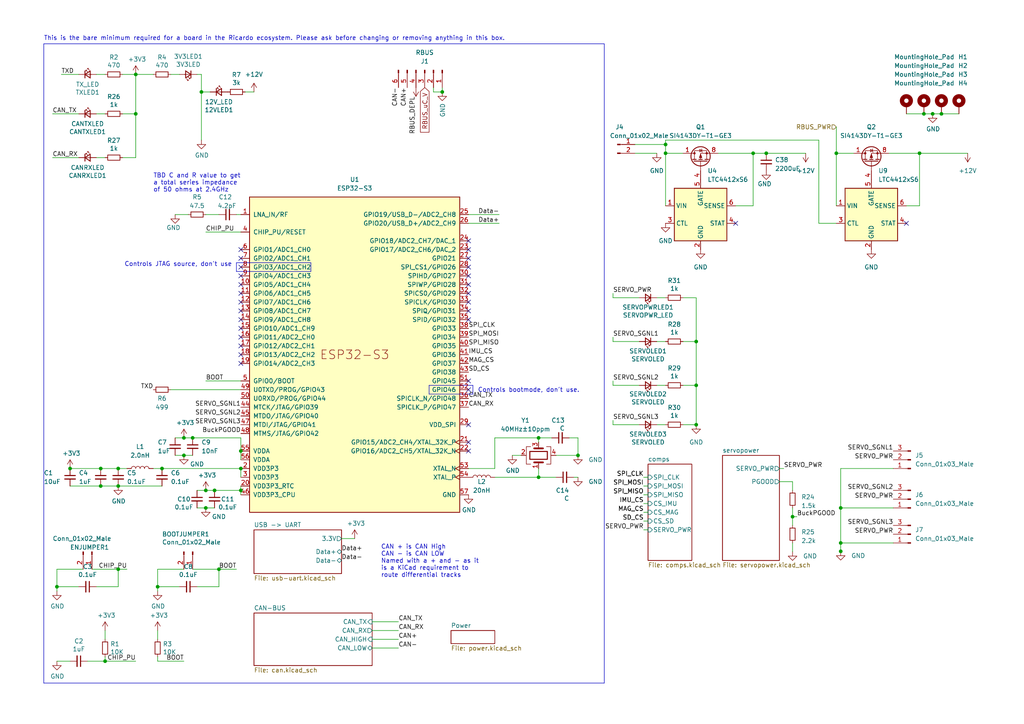
<source format=kicad_sch>
(kicad_sch (version 20230121) (generator eeschema)
  (paper "A4")
  (lib_symbols
    (symbol "Connector:Conn_01x02_Male" (pin_names (offset 1.016) hide)
      (property "Reference" "J" (at 0 2.54 0))
      (property "Value" "Conn_01x02_Male" (at 0 -5.08 0))
      (symbol "Conn_01x02_Male_1_1"
        (polyline (pts (xy 1.27 -2.54) (xy 0.8636 -2.54)) (stroke (width 0.1524)))
        (polyline (pts (xy 1.27 0) (xy 0.8636 0)) (stroke (width 0.1524)))
        (rectangle (start 0.8636 -2.413) (end 0 -2.667) (stroke (width 0.1524)) (fill (type outline)))
        (rectangle (start 0.8636 0.127) (end 0 -0.127) (stroke (width 0.1524)) (fill (type outline)))
        (pin passive line (at 5.08 0 180) (length 3.81) (name "Pin_1") (number "1"))
        (pin passive line (at 5.08 -2.54 180) (length 3.81) (name "Pin_2") (number "2"))
      )
    )
    (symbol "Connector:Conn_01x03_Male" (pin_names (offset 1.016) hide)
      (property "Reference" "J" (at 0 5.08 0))
      (property "Value" "Conn_01x03_Male" (at 0 -5.08 0))
      (symbol "Conn_01x03_Male_1_1"
        (polyline (pts (xy 1.27 -2.54) (xy 0.8636 -2.54)) (stroke (width 0.1524)))
        (polyline (pts (xy 1.27 0) (xy 0.8636 0)) (stroke (width 0.1524)))
        (polyline (pts (xy 1.27 2.54) (xy 0.8636 2.54)) (stroke (width 0.1524)))
        (rectangle (start 0.8636 -2.413) (end 0 -2.667) (stroke (width 0.1524)) (fill (type outline)))
        (rectangle (start 0.8636 0.127) (end 0 -0.127) (stroke (width 0.1524)) (fill (type outline)))
        (rectangle (start 0.8636 2.667) (end 0 2.413) (stroke (width 0.1524)) (fill (type outline)))
        (pin passive line (at 5.08 2.54 180) (length 3.81) (name "Pin_1") (number "1"))
        (pin passive line (at 5.08 0 180) (length 3.81) (name "Pin_2") (number "2"))
        (pin passive line (at 5.08 -2.54 180) (length 3.81) (name "Pin_3") (number "3"))
      )
    )
    (symbol "Connector:Conn_01x06_Male" (pin_names (offset 1.016) hide)
      (property "Reference" "J" (at 0 7.62 0))
      (property "Value" "Conn_01x06_Male" (at 0 -10.16 0))
      (symbol "Conn_01x06_Male_1_1"
        (polyline (pts (xy 1.27 -7.62) (xy 0.8636 -7.62)) (stroke (width 0.1524)))
        (polyline (pts (xy 1.27 -5.08) (xy 0.8636 -5.08)) (stroke (width 0.1524)))
        (polyline (pts (xy 1.27 -2.54) (xy 0.8636 -2.54)) (stroke (width 0.1524)))
        (polyline (pts (xy 1.27 0) (xy 0.8636 0)) (stroke (width 0.1524)))
        (polyline (pts (xy 1.27 2.54) (xy 0.8636 2.54)) (stroke (width 0.1524)))
        (polyline (pts (xy 1.27 5.08) (xy 0.8636 5.08)) (stroke (width 0.1524)))
        (rectangle (start 0.8636 -7.493) (end 0 -7.747) (stroke (width 0.1524)) (fill (type outline)))
        (rectangle (start 0.8636 -4.953) (end 0 -5.207) (stroke (width 0.1524)) (fill (type outline)))
        (rectangle (start 0.8636 -2.413) (end 0 -2.667) (stroke (width 0.1524)) (fill (type outline)))
        (rectangle (start 0.8636 0.127) (end 0 -0.127) (stroke (width 0.1524)) (fill (type outline)))
        (rectangle (start 0.8636 2.667) (end 0 2.413) (stroke (width 0.1524)) (fill (type outline)))
        (rectangle (start 0.8636 5.207) (end 0 4.953) (stroke (width 0.1524)) (fill (type outline)))
        (pin passive line (at 5.08 5.08 180) (length 3.81) (name "Pin_1") (number "1"))
        (pin passive line (at 5.08 2.54 180) (length 3.81) (name "Pin_2") (number "2"))
        (pin passive line (at 5.08 0 180) (length 3.81) (name "Pin_3") (number "3"))
        (pin passive line (at 5.08 -2.54 180) (length 3.81) (name "Pin_4") (number "4"))
        (pin passive line (at 5.08 -5.08 180) (length 3.81) (name "Pin_5") (number "5"))
        (pin passive line (at 5.08 -7.62 180) (length 3.81) (name "Pin_6") (number "6"))
      )
    )
    (symbol "Device:C_Small" (pin_numbers hide) (pin_names (offset 0.254) hide)
      (property "Reference" "C" (at 0.254 1.778 0))
      (property "Value" "C_Small" (at 0.254 -2.032 0))
      (symbol "C_Small_0_1"
        (polyline (pts (xy -1.524 -0.508) (xy 1.524 -0.508)) (stroke (width 0.3302)))
        (polyline (pts (xy -1.524 0.508) (xy 1.524 0.508)) (stroke (width 0.3048)))
      )
      (symbol "C_Small_1_1"
        (pin passive line (at 0 2.54 270) (length 2.032) (name "~") (number "1"))
        (pin passive line (at 0 -2.54 90) (length 2.032) (name "~") (number "2"))
      )
    )
    (symbol "Device:Crystal_GND24" (pin_names (offset 1.016) hide)
      (property "Reference" "Y" (at 3.175 5.08 0))
      (property "Value" "Crystal_GND24" (at 3.175 3.175 0))
      (symbol "Crystal_GND24_0_1"
        (rectangle (start -1.143 2.54) (end 1.143 -2.54) (stroke (width 0.3048)))
        (polyline (pts (xy -2.54 0) (xy -2.032 0)))
        (polyline (pts (xy -2.032 -1.27) (xy -2.032 1.27)) (stroke (width 0.508)))
        (polyline (pts (xy 0 -3.81) (xy 0 -3.556)))
        (polyline (pts (xy 0 3.556) (xy 0 3.81)))
        (polyline (pts (xy 2.032 -1.27) (xy 2.032 1.27)) (stroke (width 0.508)))
        (polyline (pts (xy 2.032 0) (xy 2.54 0)))
        (polyline (pts (xy -2.54 -2.286) (xy -2.54 -3.556) (xy 2.54 -3.556) (xy 2.54 -2.286)))
        (polyline (pts (xy -2.54 2.286) (xy -2.54 3.556) (xy 2.54 3.556) (xy 2.54 2.286)))
      )
      (symbol "Crystal_GND24_1_1"
        (pin passive line (at -3.81 0 0) (length 1.27) (name "1") (number "1"))
        (pin passive line (at 0 5.08 270) (length 1.27) (name "2") (number "2"))
        (pin passive line (at 3.81 0 180) (length 1.27) (name "3") (number "3"))
        (pin passive line (at 0 -5.08 90) (length 1.27) (name "4") (number "4"))
      )
    )
    (symbol "Device:L" (pin_numbers hide) (pin_names (offset 1.016) hide)
      (property "Reference" "L" (at -1.27 0 90))
      (property "Value" "L" (at 1.905 0 90))
      (symbol "L_0_1"
        (arc (start 0 -2.54) (mid 0.6323 -1.905) (end 0 -1.27))
        (arc (start 0 -1.27) (mid 0.6323 -0.635) (end 0 0))
        (arc (start 0 0) (mid 0.6323 0.635) (end 0 1.27))
        (arc (start 0 1.27) (mid 0.6323 1.905) (end 0 2.54))
      )
      (symbol "L_1_1"
        (pin passive line (at 0 3.81 270) (length 1.27) (name "1") (number "1"))
        (pin passive line (at 0 -3.81 90) (length 1.27) (name "2") (number "2"))
      )
    )
    (symbol "Device:LED_Small" (pin_numbers hide) (pin_names (offset 0.254) hide)
      (property "Reference" "D" (at -1.27 3.175 0))
      (property "Value" "LED_Small" (at -4.445 -2.54 0))
      (symbol "LED_Small_0_1"
        (polyline (pts (xy -0.762 -1.016) (xy -0.762 1.016)) (stroke (width 0.254)))
        (polyline (pts (xy 1.016 0) (xy -0.762 0)))
        (polyline (pts (xy 0.762 -1.016) (xy -0.762 0) (xy 0.762 1.016) (xy 0.762 -1.016)) (stroke (width 0.254)))
        (polyline (pts (xy 0 0.762) (xy -0.508 1.27) (xy -0.254 1.27) (xy -0.508 1.27) (xy -0.508 1.016)))
        (polyline (pts (xy 0.508 1.27) (xy 0 1.778) (xy 0.254 1.778) (xy 0 1.778) (xy 0 1.524)))
      )
      (symbol "LED_Small_1_1"
        (pin passive line (at -2.54 0 0) (length 1.778) (name "K") (number "1"))
        (pin passive line (at 2.54 0 180) (length 1.778) (name "A") (number "2"))
      )
    )
    (symbol "Device:Q_PMOS_GDS" (pin_names (offset 0) hide)
      (property "Reference" "Q?" (at 6.35 1.2701 0))
      (property "Value" "SI4143DY-T1-GE3" (at 6.35 -1.2699 0))
      (symbol "Q_PMOS_GDS_0_0"
        (pin input line (at -5.08 0 0) (length 2.54) (name "G") (number "4"))
        (pin passive line (at 2.54 -5.08 90) (length 2.54) hide (name "D") (number "5"))
        (pin passive line (at 2.54 -5.08 90) (length 2.54) hide (name "D") (number "6"))
        (pin passive line (at 2.54 -5.08 90) (length 2.54) hide (name "D") (number "7"))
        (pin passive line (at 2.54 -5.08 90) (length 2.54) (name "D") (number "8"))
      )
      (symbol "Q_PMOS_GDS_0_1"
        (polyline (pts (xy 0.254 0) (xy -2.54 0)))
        (polyline (pts (xy 0.254 1.905) (xy 0.254 -1.905)) (stroke (width 0.254)))
        (polyline (pts (xy 0.762 -1.27) (xy 0.762 -2.286)) (stroke (width 0.254)))
        (polyline (pts (xy 0.762 0.508) (xy 0.762 -0.508)) (stroke (width 0.254)))
        (polyline (pts (xy 0.762 2.286) (xy 0.762 1.27)) (stroke (width 0.254)))
        (polyline (pts (xy 2.54 2.54) (xy 2.54 1.778)))
        (polyline (pts (xy 2.54 -2.54) (xy 2.54 0) (xy 0.762 0)))
        (polyline (pts (xy 0.762 1.778) (xy 3.302 1.778) (xy 3.302 -1.778) (xy 0.762 -1.778)))
        (polyline (pts (xy 2.286 0) (xy 1.27 0.381) (xy 1.27 -0.381) (xy 2.286 0)) (fill (type outline)))
        (polyline (pts (xy 2.794 -0.508) (xy 2.921 -0.381) (xy 3.683 -0.381) (xy 3.81 -0.254)))
        (polyline (pts (xy 3.302 -0.381) (xy 2.921 0.254) (xy 3.683 0.254) (xy 3.302 -0.381)))
        (circle (center 1.651 0) (radius 2.794) (stroke (width 0.254)))
        (circle (center 2.54 -1.778) (radius 0.254) (fill (type outline)))
        (circle (center 2.54 1.778) (radius 0.254) (fill (type outline)))
      )
      (symbol "Q_PMOS_GDS_1_1"
        (pin passive line (at 2.54 5.08 270) (length 2.54) (name "S") (number "1"))
        (pin passive line (at 2.54 5.08 270) (length 2.54) hide (name "S") (number "2"))
        (pin passive line (at 2.54 5.08 270) (length 2.54) hide (name "S") (number "3"))
      )
    )
    (symbol "Device:R_Small" (pin_numbers hide) (pin_names (offset 0.254) hide)
      (property "Reference" "R" (at 0.762 0.508 0))
      (property "Value" "R_Small" (at 0.762 -1.016 0))
      (symbol "R_Small_0_1"
        (rectangle (start -0.762 1.778) (end 0.762 -1.778) (stroke (width 0.2032)))
      )
      (symbol "R_Small_1_1"
        (pin passive line (at 0 2.54 270) (length 0.762) (name "~") (number "1"))
        (pin passive line (at 0 -2.54 90) (length 0.762) (name "~") (number "2"))
      )
    )
    (symbol "Espressif:ESP32-S3" (pin_names (offset 1.016))
      (property "Reference" "U" (at 0 48.26 0))
      (property "Value" "ESP32-S3" (at 0 -48.26 0))
      (symbol "ESP32-S3_0_0"
        (text "ESP32-S3" (at 0 0 0) (effects (font (size 2.54 2.54))))
        (pin bidirectional line (at 33.02 -12.7 180) (length 2.54) (name "SPICLK_N/GPIO48") (number "36"))
        (pin bidirectional line (at 33.02 -15.24 180) (length 2.54) (name "SPICLK_P/GPIO47") (number "37"))
      )
      (symbol "ESP32-S3_0_1"
        (rectangle (start -30.48 45.72) (end 30.48 -45.72) (stroke (width 0.254)) (fill (type background)))
      )
      (symbol "ESP32-S3_1_1"
        (pin bidirectional line (at -33.02 40.64 0) (length 2.54) (name "LNA_IN/RF") (number "1"))
        (pin bidirectional line (at -33.02 20.32 0) (length 2.54) (name "GPIO5/ADC1_CH4") (number "10"))
        (pin bidirectional line (at -33.02 17.78 0) (length 2.54) (name "GPIO6/ADC1_CH5") (number "11"))
        (pin bidirectional line (at -33.02 15.24 0) (length 2.54) (name "GPIO7/ADC1_CH6") (number "12"))
        (pin bidirectional line (at -33.02 12.7 0) (length 2.54) (name "GPIO8/ADC1_CH7") (number "13"))
        (pin bidirectional line (at -33.02 10.16 0) (length 2.54) (name "GPIO9/ADC1_CH8") (number "14"))
        (pin bidirectional line (at -33.02 7.62 0) (length 2.54) (name "GPIO10/ADC1_CH9") (number "15"))
        (pin bidirectional line (at -33.02 5.08 0) (length 2.54) (name "GPIO11/ADC2_CH0") (number "16"))
        (pin bidirectional line (at -33.02 2.54 0) (length 2.54) (name "GPIO12/ADC2_CH1") (number "17"))
        (pin bidirectional line (at -33.02 0 0) (length 2.54) (name "GPIO13/ADC2_CH2") (number "18"))
        (pin bidirectional line (at -33.02 -2.54 0) (length 2.54) (name "GPIO14/ADC2_CH3") (number "19"))
        (pin power_in line (at -33.02 -33.02 0) (length 2.54) (name "VDD3P3") (number "2"))
        (pin power_in line (at -33.02 -38.1 0) (length 2.54) (name "VDD3P3_RTC") (number "20"))
        (pin input clock (at 33.02 -25.4 180) (length 2.54) (name "GPIO15/ADC2_CH4/XTAL_32K_P") (number "21"))
        (pin output clock (at 33.02 -27.94 180) (length 2.54) (name "GPIO16/ADC2_CH5/XTAL_32K_N") (number "22"))
        (pin bidirectional line (at 33.02 30.48 180) (length 2.54) (name "GPIO17/ADC2_CH6/DAC_2") (number "23"))
        (pin bidirectional line (at 33.02 33.02 180) (length 2.54) (name "GPIO18/ADC2_CH7/DAC_1") (number "24"))
        (pin bidirectional line (at 33.02 40.64 180) (length 2.54) (name "GPIO19/USB_D-/ADC2_CH8") (number "25"))
        (pin bidirectional line (at 33.02 38.1 180) (length 2.54) (name "GPIO20/USB_D+/ADC2_CH9") (number "26"))
        (pin bidirectional line (at 33.02 27.94 180) (length 2.54) (name "GPIO21") (number "27"))
        (pin bidirectional line (at 33.02 25.4 180) (length 2.54) (name "SPI_CS1/GPIO26") (number "28"))
        (pin power_out line (at 33.02 -20.32 180) (length 2.54) (name "VDD_SPI") (number "29"))
        (pin power_in line (at -33.02 -35.56 0) (length 2.54) (name "VDD3P3") (number "3"))
        (pin bidirectional line (at 33.02 22.86 180) (length 2.54) (name "SPIHD/GPIO27") (number "30"))
        (pin bidirectional line (at 33.02 20.32 180) (length 2.54) (name "SPIWP/GPIO28") (number "31"))
        (pin bidirectional line (at 33.02 17.78 180) (length 2.54) (name "SPICS0/GPIO29") (number "32"))
        (pin bidirectional line (at 33.02 15.24 180) (length 2.54) (name "SPICLK/GPIO30") (number "33"))
        (pin bidirectional line (at 33.02 12.7 180) (length 2.54) (name "SPIQ/GPIO31") (number "34"))
        (pin bidirectional line (at 33.02 10.16 180) (length 2.54) (name "SPID/GPIO32") (number "35"))
        (pin bidirectional line (at 33.02 7.62 180) (length 2.54) (name "GPIO33") (number "38"))
        (pin bidirectional line (at 33.02 5.08 180) (length 2.54) (name "GPIO34") (number "39"))
        (pin input line (at -33.02 35.56 0) (length 2.54) (name "CHIP_PU/RESET") (number "4"))
        (pin bidirectional line (at 33.02 2.54 180) (length 2.54) (name "GPIO35") (number "40"))
        (pin bidirectional line (at 33.02 0 180) (length 2.54) (name "GPIO36") (number "41"))
        (pin bidirectional line (at 33.02 -2.54 180) (length 2.54) (name "GPIO37") (number "42"))
        (pin bidirectional line (at 33.02 -5.08 180) (length 2.54) (name "GPIO38") (number "43"))
        (pin bidirectional line (at -33.02 -15.24 0) (length 2.54) (name "MTCK/JTAG/GPIO39") (number "44"))
        (pin bidirectional line (at -33.02 -17.78 0) (length 2.54) (name "MTDO/JTAG/GPIO40") (number "45"))
        (pin power_in line (at -33.02 -40.64 0) (length 2.54) (name "VDD3P3_CPU") (number "46"))
        (pin bidirectional line (at -33.02 -20.32 0) (length 2.54) (name "MTDI/JTAG/GPIO41") (number "47"))
        (pin bidirectional line (at -33.02 -22.86 0) (length 2.54) (name "MTMS/JTAG/GPIO42") (number "48"))
        (pin bidirectional line (at -33.02 -10.16 0) (length 2.54) (name "U0TXD/PROG/GPIO43") (number "49"))
        (pin bidirectional line (at -33.02 -7.62 0) (length 2.54) (name "GPIO0/BOOT") (number "5"))
        (pin bidirectional line (at -33.02 -12.7 0) (length 2.54) (name "U0RXD/PROG/GPIO44") (number "50"))
        (pin bidirectional line (at 33.02 -7.62 180) (length 2.54) (name "GPIO45") (number "51"))
        (pin bidirectional line (at 33.02 -10.16 180) (length 2.54) (name "GPIO46") (number "52"))
        (pin input clock (at 33.02 -33.02 180) (length 2.54) (name "XTAL_N") (number "53"))
        (pin output clock (at 33.02 -35.56 180) (length 2.54) (name "XTAL_P") (number "54"))
        (pin power_in line (at -33.02 -27.94 0) (length 2.54) (name "VDDA") (number "55"))
        (pin power_in line (at -33.02 -30.48 0) (length 2.54) (name "VDDA") (number "56"))
        (pin power_in line (at 33.02 -40.64 180) (length 2.54) (name "GND") (number "57"))
        (pin bidirectional line (at -33.02 30.48 0) (length 2.54) (name "GPIO1/ADC1_CH0") (number "6"))
        (pin bidirectional line (at -33.02 27.94 0) (length 2.54) (name "GPIO2/ADC1_CH1") (number "7"))
        (pin bidirectional line (at -33.02 25.4 0) (length 2.54) (name "GPIO3/ADC1_CH2") (number "8"))
        (pin bidirectional line (at -33.02 22.86 0) (length 2.54) (name "GPIO4/ADC1_CH3") (number "9"))
      )
    )
    (symbol "Mechanical:MountingHole_Pad" (pin_numbers hide) (pin_names (offset 1.016) hide)
      (property "Reference" "H" (at 0 6.35 0))
      (property "Value" "MountingHole_Pad" (at 0 4.445 0))
      (symbol "MountingHole_Pad_0_1"
        (circle (center 0 1.27) (radius 1.27) (stroke (width 1.27)))
      )
      (symbol "MountingHole_Pad_1_1"
        (pin input line (at 0 -2.54 90) (length 2.54) (name "1") (number "1"))
      )
    )
    (symbol "Power_Management:LTC4412xS6"
      (property "Reference" "U" (at -6.35 8.89 0))
      (property "Value" "LTC4412xS6" (at 6.35 8.89 0))
      (symbol "LTC4412xS6_0_1"
        (rectangle (start -7.62 7.62) (end 7.62 -7.62) (stroke (width 0.254)) (fill (type background)))
      )
      (symbol "LTC4412xS6_1_1"
        (pin power_in line (at -10.16 2.54 0) (length 2.54) (name "VIN") (number "1"))
        (pin power_in line (at 0 -10.16 90) (length 2.54) (name "GND") (number "2"))
        (pin input line (at -10.16 -2.54 0) (length 2.54) (name "CTL") (number "3"))
        (pin open_collector line (at 10.16 -2.54 180) (length 2.54) (name "STAT") (number "4"))
        (pin output line (at 0 10.16 270) (length 2.54) (name "GATE") (number "5"))
        (pin input line (at 10.16 2.54 180) (length 2.54) (name "SENSE") (number "6"))
      )
    )
    (symbol "power:+12V" (power) (pin_names (offset 0))
      (property "Value" "+12V" (at 0 3.556 0))
      (symbol "+12V_0_1"
        (polyline (pts (xy -0.762 1.27) (xy 0 2.54)))
        (polyline (pts (xy 0 0) (xy 0 2.54)))
        (polyline (pts (xy 0 2.54) (xy 0.762 1.27)))
      )
      (symbol "+12V_1_1"
        (pin power_in line (at 0 0 90) (length 0) hide (name "+12V") (number "1"))
      )
    )
    (symbol "power:+3.3V" (power) (pin_names (offset 0))
      (property "Value" "+3.3V" (at 0 3.556 0))
      (symbol "+3.3V_0_1"
        (polyline (pts (xy -0.762 1.27) (xy 0 2.54)))
        (polyline (pts (xy 0 0) (xy 0 2.54)))
        (polyline (pts (xy 0 2.54) (xy 0.762 1.27)))
      )
      (symbol "+3.3V_1_1"
        (pin power_in line (at 0 0 90) (length 0) hide (name "+3V3") (number "1"))
      )
    )
    (symbol "power:GND" (power) (pin_names (offset 0))
      (property "Value" "GND" (at 0 -3.81 0))
      (symbol "GND_0_1"
        (polyline (pts (xy 0 0) (xy 0 -1.27) (xy 1.27 -1.27) (xy 0 -2.54) (xy -1.27 -1.27) (xy 0 -1.27)))
      )
      (symbol "GND_1_1"
        (pin power_in line (at 0 0 270) (length 0) hide (name "GND") (number "1"))
      )
    )
  )
  (junction (at 218.44 44.45))
  (junction (at 39.37 21.59))
  (junction (at 59.69 142.24))
  (junction (at 201.93 99.06))
  (junction (at 53.34 127))
  (junction (at 58.42 26.67))
  (junction (at 243.84 159.9098))
  (junction (at 193.04 44.45))
  (junction (at 30.48 191.77))
  (junction (at 243.84 147.32))
  (junction (at 201.93 111.76))
  (junction (at 69.85 142.24))
  (junction (at 55.88 127))
  (junction (at 63.5 165.1))
  (junction (at 59.69 147.32))
  (junction (at 62.23 142.24))
  (junction (at 34.29 135.89))
  (junction (at 193.04 41.91))
  (junction (at 242.57 44.45))
  (junction (at 20.32 135.89))
  (junction (at 45.72 170.18))
  (junction (at 39.37 33.02))
  (junction (at 29.21 135.89))
  (junction (at 34.29 140.97))
  (junction (at 156.21 127))
  (junction (at 266.7 44.45))
  (junction (at 273.05 33.02))
  (junction (at 222.25 44.45))
  (junction (at 53.34 132.08))
  (junction (at 156.21 138.43))
  (junction (at 69.85 130.81))
  (junction (at 201.93 123.19))
  (junction (at 229.87 149.86))
  (junction (at 29.21 140.97))
  (junction (at 16.51 170.18))
  (junction (at 243.84 157.48))
  (junction (at 270.51 33.02))
  (junction (at 267.97 33.02))
  (junction (at 167.64 132.08))
  (junction (at 46.99 135.89))
  (junction (at 128.27 26.67))
  (junction (at 34.29 165.1))
  (junction (at 69.85 135.89))
  (no_connect (at 135.89 80.01))
  (no_connect (at 135.89 77.47))
  (no_connect (at 135.89 87.63))
  (no_connect (at 69.85 102.87))
  (no_connect (at 135.89 92.71))
  (no_connect (at 69.85 95.25))
  (no_connect (at 69.85 74.93))
  (no_connect (at 69.85 72.39))
  (no_connect (at 135.89 69.85))
  (no_connect (at 69.85 92.71))
  (no_connect (at 69.85 77.47))
  (no_connect (at 135.89 82.55))
  (no_connect (at 69.85 100.33))
  (no_connect (at 69.85 80.01))
  (no_connect (at 69.85 82.55))
  (no_connect (at 69.85 97.79))
  (no_connect (at 135.89 90.17))
  (no_connect (at 69.85 85.09))
  (no_connect (at 135.89 128.27))
  (no_connect (at 135.89 113.03))
  (no_connect (at 135.89 85.09))
  (no_connect (at 135.89 74.93))
  (no_connect (at 135.89 123.19))
  (no_connect (at 69.85 87.63))
  (no_connect (at 262.89 64.77))
  (no_connect (at 213.36 64.77))
  (no_connect (at 69.85 90.17))
  (no_connect (at 135.89 130.81))
  (no_connect (at 135.89 72.39))
  (no_connect (at 135.89 110.49))
  (no_connect (at 69.85 105.41))
  (wire (pts (xy 242.57 36.83) (xy 242.57 44.45)))
  (wire (pts (xy 177.8 86.36) (xy 185.42 86.36)))
  (wire (pts (xy 229.87 149.86) (xy 229.87 152.4)))
  (wire (pts (xy 30.48 191.77) (xy 30.48 190.5)))
  (wire (pts (xy 135.89 62.23) (xy 144.78 62.23)))
  (wire (pts (xy 69.85 135.89) (xy 69.85 138.43)))
  (wire (pts (xy 243.84 159.9098) (xy 243.84 160.02)))
  (wire (pts (xy 35.56 33.02) (xy 39.37 33.02)))
  (polyline (pts (xy 90.17 78.74) (xy 68.58 78.74)))
  (wire (pts (xy 63.5 170.18) (xy 63.5 165.1)))
  (polyline (pts (xy 68.58 76.2) (xy 68.58 78.74)))
  (wire (pts (xy 60.96 26.67) (xy 58.42 26.67)))
  (wire (pts (xy 16.51 191.77) (xy 20.32 191.77)))
  (wire (pts (xy 39.37 33.02) (xy 39.37 45.72)))
  (wire (pts (xy 107.95 180.34) (xy 115.57 180.34)))
  (wire (pts (xy 128.27 25.4) (xy 128.27 26.67)))
  (wire (pts (xy 262.89 59.69) (xy 266.7 59.69)))
  (wire (pts (xy 160.02 127) (xy 156.21 127)))
  (wire (pts (xy 266.7 59.69) (xy 266.7 44.45)))
  (wire (pts (xy 45.72 165.1) (xy 53.34 165.1)))
  (wire (pts (xy 125.73 26.67) (xy 128.27 26.67)))
  (wire (pts (xy 186.69 153.67) (xy 187.96 153.67)))
  (wire (pts (xy 58.42 21.59) (xy 57.15 21.59)))
  (wire (pts (xy 229.87 157.48) (xy 229.87 160.02)))
  (wire (pts (xy 29.21 135.89) (xy 34.29 135.89)))
  (wire (pts (xy 201.93 86.36) (xy 201.93 99.06)))
  (wire (pts (xy 143.51 138.43) (xy 156.21 138.43)))
  (wire (pts (xy 59.69 110.49) (xy 69.85 110.49)))
  (polyline (pts (xy 12.7 12.7) (xy 12.7 198.12)))
  (wire (pts (xy 267.97 33.02) (xy 262.89 33.02)))
  (wire (pts (xy 16.51 170.18) (xy 16.51 171.45)))
  (wire (pts (xy 186.69 148.59) (xy 187.96 148.59)))
  (wire (pts (xy 57.15 170.18) (xy 63.5 170.18)))
  (polyline (pts (xy 137.16 111.76) (xy 137.16 114.3)))
  (wire (pts (xy 68.58 165.1) (xy 63.5 165.1)))
  (wire (pts (xy 68.58 62.23) (xy 69.85 62.23)))
  (wire (pts (xy 193.04 41.91) (xy 193.04 44.45)))
  (wire (pts (xy 27.94 21.59) (xy 30.48 21.59)))
  (wire (pts (xy 16.51 165.1) (xy 16.51 170.18)))
  (wire (pts (xy 161.29 132.08) (xy 167.64 132.08)))
  (wire (pts (xy 30.48 182.88) (xy 30.48 185.42)))
  (wire (pts (xy 242.57 59.69) (xy 242.57 44.45)))
  (wire (pts (xy 218.44 44.45) (xy 222.25 44.45)))
  (wire (pts (xy 57.15 147.32) (xy 59.69 147.32)))
  (polyline (pts (xy 68.58 76.2) (xy 90.17 76.2)))
  (wire (pts (xy 34.29 135.89) (xy 36.83 135.89)))
  (wire (pts (xy 69.85 142.24) (xy 69.85 143.51)))
  (wire (pts (xy 193.04 44.45) (xy 193.04 59.69)))
  (wire (pts (xy 186.69 140.97) (xy 187.96 140.97)))
  (wire (pts (xy 226.06 139.7) (xy 229.87 139.7)))
  (wire (pts (xy 198.12 86.36) (xy 201.93 86.36)))
  (wire (pts (xy 62.23 142.24) (xy 69.85 142.24)))
  (wire (pts (xy 177.8 121.92) (xy 177.8 123.19)))
  (wire (pts (xy 53.34 132.08) (xy 55.88 132.08)))
  (wire (pts (xy 143.51 135.89) (xy 143.51 127)))
  (wire (pts (xy 237.49 64.77) (xy 242.57 64.77)))
  (wire (pts (xy 193.04 40.64) (xy 193.04 41.91)))
  (wire (pts (xy 156.21 127) (xy 156.21 128.27)))
  (wire (pts (xy 34.29 165.1) (xy 36.83 165.1)))
  (wire (pts (xy 243.84 147.32) (xy 243.84 157.48)))
  (wire (pts (xy 50.8 132.08) (xy 53.34 132.08)))
  (wire (pts (xy 243.84 135.89) (xy 243.84 147.32)))
  (polyline (pts (xy 124.46 111.76) (xy 124.46 114.3)))
  (wire (pts (xy 190.5 111.76) (xy 193.04 111.76)))
  (wire (pts (xy 186.69 138.43) (xy 187.96 138.43)))
  (wire (pts (xy 190.5 86.36) (xy 193.04 86.36)))
  (polyline (pts (xy 12.7 12.7) (xy 175.26 12.7)))
  (wire (pts (xy 237.49 40.64) (xy 237.49 64.77)))
  (wire (pts (xy 227.33 135.89) (xy 226.06 135.89)))
  (wire (pts (xy 186.69 151.13) (xy 187.96 151.13)))
  (wire (pts (xy 184.15 44.45) (xy 190.5 44.45)))
  (wire (pts (xy 44.45 135.89) (xy 46.99 135.89)))
  (wire (pts (xy 69.85 130.81) (xy 69.85 133.35)))
  (wire (pts (xy 229.87 147.32) (xy 229.87 149.86)))
  (wire (pts (xy 198.12 99.06) (xy 201.93 99.06)))
  (wire (pts (xy 190.5 99.06) (xy 193.04 99.06)))
  (wire (pts (xy 22.86 170.18) (xy 16.51 170.18)))
  (wire (pts (xy 27.94 45.72) (xy 30.48 45.72)))
  (wire (pts (xy 50.8 127) (xy 53.34 127)))
  (wire (pts (xy 17.78 21.59) (xy 22.86 21.59)))
  (wire (pts (xy 52.07 170.18) (xy 45.72 170.18)))
  (wire (pts (xy 50.8 62.23) (xy 54.61 62.23)))
  (wire (pts (xy 198.12 111.76) (xy 201.93 111.76)))
  (wire (pts (xy 59.69 62.23) (xy 63.5 62.23)))
  (wire (pts (xy 266.7 44.45) (xy 257.81 44.45)))
  (wire (pts (xy 278.13 33.02) (xy 273.05 33.02)))
  (wire (pts (xy 29.21 140.97) (xy 34.29 140.97)))
  (wire (pts (xy 35.56 21.59) (xy 39.37 21.59)))
  (wire (pts (xy 55.88 127) (xy 69.85 127)))
  (wire (pts (xy 243.84 147.32) (xy 259.08 147.32)))
  (wire (pts (xy 186.69 143.51) (xy 187.96 143.51)))
  (wire (pts (xy 107.95 187.96) (xy 115.57 187.96)))
  (wire (pts (xy 107.95 182.88) (xy 115.57 182.88)))
  (wire (pts (xy 69.85 127) (xy 69.85 130.81)))
  (polyline (pts (xy 137.16 114.3) (xy 124.46 114.3)))
  (wire (pts (xy 55.88 165.1) (xy 63.5 165.1)))
  (wire (pts (xy 184.15 41.91) (xy 193.04 41.91)))
  (wire (pts (xy 39.37 21.59) (xy 39.37 33.02)))
  (wire (pts (xy 125.73 25.4) (xy 125.73 26.67)))
  (wire (pts (xy 25.4 191.77) (xy 30.48 191.77)))
  (wire (pts (xy 273.05 33.02) (xy 270.51 33.02)))
  (wire (pts (xy 135.89 135.89) (xy 143.51 135.89)))
  (wire (pts (xy 45.72 170.18) (xy 45.72 171.45)))
  (wire (pts (xy 45.72 191.77) (xy 45.72 190.5)))
  (wire (pts (xy 49.53 21.59) (xy 52.07 21.59)))
  (wire (pts (xy 208.28 44.45) (xy 218.44 44.45)))
  (wire (pts (xy 218.44 44.45) (xy 218.44 59.69)))
  (wire (pts (xy 186.69 146.05) (xy 187.96 146.05)))
  (wire (pts (xy 148.59 132.08) (xy 151.13 132.08)))
  (wire (pts (xy 229.87 139.7) (xy 229.87 142.24)))
  (wire (pts (xy 49.53 113.03) (xy 69.85 113.03)))
  (wire (pts (xy 201.93 123.19) (xy 198.12 123.19)))
  (wire (pts (xy 177.8 110.49) (xy 177.8 111.76)))
  (wire (pts (xy 58.42 21.59) (xy 58.42 26.67)))
  (wire (pts (xy 201.93 99.06) (xy 201.93 111.76)))
  (wire (pts (xy 161.29 138.43) (xy 156.21 138.43)))
  (wire (pts (xy 177.8 97.79) (xy 177.8 99.06)))
  (wire (pts (xy 243.84 157.48) (xy 243.84 159.9098)))
  (wire (pts (xy 193.04 44.45) (xy 198.12 44.45)))
  (wire (pts (xy 222.25 44.45) (xy 233.68 44.45)))
  (wire (pts (xy 177.8 85.09) (xy 177.8 86.36)))
  (wire (pts (xy 229.87 149.86) (xy 231.14 149.86)))
  (wire (pts (xy 59.69 67.31) (xy 69.85 67.31)))
  (wire (pts (xy 35.56 45.72) (xy 39.37 45.72)))
  (wire (pts (xy 243.84 157.48) (xy 259.08 157.48)))
  (wire (pts (xy 53.34 191.77) (xy 45.72 191.77)))
  (wire (pts (xy 218.44 59.69) (xy 213.36 59.69)))
  (wire (pts (xy 58.42 26.67) (xy 58.42 40.64)))
  (wire (pts (xy 15.24 45.72) (xy 22.86 45.72)))
  (wire (pts (xy 156.21 135.89) (xy 156.21 138.43)))
  (wire (pts (xy 34.29 170.18) (xy 34.29 165.1)))
  (polyline (pts (xy 90.17 76.2) (xy 90.17 78.74)))
  (wire (pts (xy 143.51 127) (xy 156.21 127)))
  (wire (pts (xy 27.94 33.02) (xy 30.48 33.02)))
  (wire (pts (xy 99.06 156.21) (xy 102.87 156.21)))
  (wire (pts (xy 167.64 138.43) (xy 166.37 138.43)))
  (wire (pts (xy 266.7 44.45) (xy 280.67 44.45)))
  (wire (pts (xy 20.32 135.89) (xy 29.21 135.89)))
  (wire (pts (xy 167.64 127) (xy 167.64 132.08)))
  (wire (pts (xy 193.04 40.64) (xy 237.49 40.64)))
  (wire (pts (xy 39.37 21.59) (xy 44.45 21.59)))
  (polyline (pts (xy 124.46 111.76) (xy 137.16 111.76)))
  (wire (pts (xy 59.69 147.32) (xy 62.23 147.32)))
  (wire (pts (xy 30.48 191.77) (xy 39.37 191.77)))
  (wire (pts (xy 270.51 33.02) (xy 267.97 33.02)))
  (wire (pts (xy 107.95 185.42) (xy 115.57 185.42)))
  (wire (pts (xy 53.34 127) (xy 55.88 127)))
  (wire (pts (xy 259.08 135.89) (xy 243.84 135.89)))
  (wire (pts (xy 73.66 26.67) (xy 71.12 26.67)))
  (wire (pts (xy 46.99 135.89) (xy 69.85 135.89)))
  (polyline (pts (xy 175.26 12.7) (xy 175.26 198.12)))
  (wire (pts (xy 177.8 99.06) (xy 185.42 99.06)))
  (wire (pts (xy 34.29 140.97) (xy 46.99 140.97)))
  (wire (pts (xy 177.8 111.76) (xy 185.42 111.76)))
  (wire (pts (xy 135.89 64.77) (xy 144.78 64.77)))
  (wire (pts (xy 242.57 44.45) (xy 247.65 44.45)))
  (wire (pts (xy 27.94 170.18) (xy 34.29 170.18)))
  (wire (pts (xy 45.72 165.1) (xy 45.72 170.18)))
  (wire (pts (xy 201.93 111.76) (xy 201.93 123.19)))
  (wire (pts (xy 177.8 123.19) (xy 185.42 123.19)))
  (wire (pts (xy 59.69 142.24) (xy 62.23 142.24)))
  (wire (pts (xy 57.15 142.24) (xy 59.69 142.24)))
  (wire (pts (xy 20.32 140.97) (xy 29.21 140.97)))
  (wire (pts (xy 69.85 142.24) (xy 69.85 140.97)))
  (wire (pts (xy 167.64 127) (xy 165.1 127)))
  (wire (pts (xy 26.67 165.1) (xy 34.29 165.1)))
  (wire (pts (xy 45.72 182.88) (xy 45.72 185.42)))
  (wire (pts (xy 15.24 33.02) (xy 22.86 33.02)))
  (wire (pts (xy 16.51 165.1) (xy 24.13 165.1)))
  (wire (pts (xy 190.5 123.19) (xy 193.04 123.19)))
  (polyline (pts (xy 175.26 198.12) (xy 12.7 198.12)))
  (text "Controls bootmode, don't use.\n" (at 138.5894 113.9757 0) (effects (font (size 1.27 1.27)) (justify left bottom)))
  (text "This is the bare minimum required for a board in the Ricardo ecosystem. Please ask before changing or removing anything in this box.\n\n" (at 12.7 13.97 0) (effects (font (size 1.27 1.27)) (justify left bottom)))
  (text "TBD C and R value to get\na total series impedance\nof 50 ohms at 2.4GHz\n" (at 44.45 55.88 0) (effects (font (size 1.27 1.27)) (justify left bottom)))
  (text "CAN + is CAN High\nCAN - is CAN LOW\nNamed with a + and - as it\nis a KiCad requirement to\nroute differential tracks\n" (at 110.49 167.64 0) (effects (font (size 1.27 1.27)) (justify left bottom)))
  (text "Controls JTAG source, don't use\n" (at 67.31 77.47 0) (effects (font (size 1.27 1.27)) (justify right bottom)))
  (label "SERVO_PWR" (at 259.08 154.94 180))
  (label "SERVO_SGNL2" (at 259.08 142.24 180))
  (label "CAN_RX" (at 15.24 45.72 0))
  (label "CHIP_PU" (at 36.83 165.1 180))
  (label "BuckPGOOD" (at 69.85 125.73 180))
  (label "CAN_TX" (at 135.89 115.57 0))
  (label "SPI_CLK" (at 135.89 95.25 0))
  (label "SERVO_SGNL3" (at 69.85 123.19 180))
  (label "SERVO_SGNL3" (at 177.8 121.92 0))
  (label "SPI_MOSI" (at 186.69 140.97 180))
  (label "CAN+" (at 115.57 185.42 0))
  (label "SERVO_SGNL1" (at 177.8 97.79 0))
  (label "Data+" (at 99.06 160.02 0))
  (label "SERVO_SGNL2" (at 69.85 120.65 180))
  (label "SERVO_PWR" (at 227.33 135.89 0))
  (label "SERVO_SGNL3" (at 259.08 152.4 180))
  (label "Data-" (at 99.06 162.56 0))
  (label "MAG_CS" (at 186.69 148.59 180))
  (label "BOOT" (at 53.34 191.77 180))
  (label "IMU_CS" (at 186.69 146.05 180))
  (label "SPI_MOSI" (at 135.89 97.79 0))
  (label "RBUS_DEPL" (at 120.65 27.94 270))
  (label "SERVO_PWR" (at 186.69 153.67 180))
  (label "CAN-" (at 115.57 25.4 270))
  (label "SPI_CLK" (at 186.69 138.43 180))
  (label "SD_CS" (at 135.89 107.95 0))
  (label "CAN+" (at 118.11 25.4 270))
  (label "CAN_TX" (at 115.57 180.34 0))
  (label "CAN_RX" (at 135.89 118.11 0))
  (label "SD_CS" (at 186.69 151.13 180))
  (label "SPI_MISO" (at 186.69 143.51 180))
  (label "SERVO_PWR" (at 259.08 133.35 180))
  (label "MAG_CS" (at 135.89 105.41 0))
  (label "BOOT" (at 68.58 165.1 180))
  (label "SERVO_PWR" (at 259.08 144.78 180))
  (label "SERVO_SGNL1" (at 69.85 118.11 180))
  (label "SPI_MISO" (at 186.69 143.51 180))
  (label "MAG_CS" (at 186.69 148.59 180))
  (label "IMU_CS" (at 135.89 102.87 0))
  (label "SD_CS" (at 186.69 151.13 180))
  (label "SERVO_SGNL1" (at 259.08 130.81 180))
  (label "BOOT" (at 59.69 110.49 0))
  (label "TXD" (at 44.45 113.03 180))
  (label "SERVO_PWR" (at 177.8 85.09 0))
  (label "CHIP_PU" (at 59.69 67.31 0))
  (label "SPI_MOSI" (at 186.69 140.97 180))
  (label "SPI_CLK" (at 186.69 138.43 180))
  (label "SERVO_SGNL2" (at 177.8 110.49 0))
  (label "CAN_RX" (at 115.57 182.88 0))
  (label "Data+" (at 144.78 64.77 180))
  (label "Data-" (at 144.78 62.23 180))
  (label "CAN-" (at 115.57 187.96 0))
  (label "BuckPGOOD" (at 231.14 149.86 0))
  (label "SPI_MISO" (at 135.89 100.33 0))
  (label "TXD" (at 17.78 21.59 0))
  (label "CHIP_PU" (at 39.37 191.77 180))
  (label "CAN_TX" (at 15.24 33.02 0))
  (label "IMU_CS" (at 186.69 146.05 180))
  (global_label "RBUS_uC_V" (shape input) (at 123.19 25.4 270) (property "Intersheetrefs" "${INTERSHEET_REFS}" (effects hide)))
  (hierarchical_label "RBUS_PWR" (shape input) (at 242.57 36.83 180))
  (symbol (lib_id "power:+3.3V") (at 30.48 182.88 0) (unit 1)
    (property "Reference" "#PWR04" (effects hide))
    (property "Value" "+3.3V" (at 30.861 178.4858 0))
  )
  (symbol (lib_id "Device:R_Small") (at 30.48 187.96 0) (unit 1)
    (property "Reference" "R1" (at 31.9786 186.7916 0) (effects (justify left)))
    (property "Value" "10K" (at 31.9786 189.103 0) (effects (justify left)))
    (property "Footprint" "Resistor_SMD:R_0402_1005Metric" (effects hide))
  )
  (symbol (lib_id "Device:C_Small") (at 22.86 191.77 270) (unit 1)
    (property "Reference" "C2" (at 22.86 185.9534 90))
    (property "Value" "1uF" (at 22.86 188.2648 90))
    (property "Footprint" "Capacitor_SMD:C_0402_1005Metric" (effects hide))
  )
  (symbol (lib_id "power:GND") (at 16.51 191.77 0) (unit 1)
    (property "Reference" "#PWR02" (effects hide))
    (property "Value" "GND" (at 16.637 196.1642 0))
  )
  (symbol (lib_id "power:+3.3V") (at 45.72 182.88 0) (unit 1)
    (property "Reference" "#PWR08" (effects hide))
    (property "Value" "+3.3V" (at 46.101 178.4858 0))
  )
  (symbol (lib_id "Device:R_Small") (at 45.72 187.96 0) (unit 1)
    (property "Reference" "R3" (at 47.2186 186.7916 0) (effects (justify left)))
    (property "Value" "10K" (at 47.2186 189.103 0) (effects (justify left)))
    (property "Footprint" "Resistor_SMD:R_0402_1005Metric" (effects hide))
  )
  (symbol (lib_id "power:GND") (at 45.72 171.45 0) (unit 1)
    (property "Reference" "#PWR07" (effects hide))
    (property "Value" "GND" (at 45.847 175.8442 0))
  )
  (symbol (lib_id "Device:C_Small") (at 54.61 170.18 270) (unit 1)
    (property "Reference" "C8" (at 54.61 164.3634 90))
    (property "Value" "0.1uF" (at 54.61 166.6748 90))
    (property "Footprint" "Capacitor_SMD:C_0402_1005Metric" (effects hide))
  )
  (symbol (lib_id "power:GND") (at 16.51 171.45 0) (unit 1)
    (property "Reference" "#PWR01" (effects hide))
    (property "Value" "GND" (at 16.637 175.8442 0))
  )
  (symbol (lib_id "Device:C_Small") (at 25.4 170.18 270) (unit 1)
    (property "Reference" "C3" (at 25.4 164.3634 90))
    (property "Value" "0.1uF" (at 25.4 166.6748 90))
    (property "Footprint" "Capacitor_SMD:C_0402_1005Metric" (effects hide))
  )
  (symbol (lib_id "Device:LED_Small") (at 25.4 21.59 0) (unit 1)
    (property "Reference" "TXLED1" (at 25.4 26.797 0))
    (property "Value" "TX_LED" (at 25.4 24.4856 0))
    (property "Footprint" "LED_SMD:LED_0402_1005Metric" (effects hide))
  )
  (symbol (lib_id "Device:R_Small") (at 33.02 21.59 270) (unit 1)
    (property "Reference" "R2" (at 33.02 16.6116 90))
    (property "Value" "470" (at 33.02 18.923 90))
    (property "Footprint" "Resistor_SMD:R_0402_1005Metric" (effects hide))
  )
  (symbol (lib_id "power:GND") (at 58.42 40.64 0) (unit 1)
    (property "Reference" "#PWR012" (effects hide))
    (property "Value" "GND" (at 58.547 45.0342 0))
  )
  (symbol (lib_id "power:+3.3V") (at 39.37 21.59 0) (unit 1)
    (property "Reference" "#PWR06" (effects hide))
    (property "Value" "+3.3V" (at 39.751 17.1958 0))
  )
  (symbol (lib_id "Device:LED_Small") (at 54.61 21.59 180) (unit 1)
    (property "Reference" "3V3LED1" (at 54.61 16.383 0))
    (property "Value" "3V3LED" (at 54.61 18.6944 0))
    (property "Footprint" "LED_SMD:LED_0402_1005Metric" (effects hide))
  )
  (symbol (lib_id "Device:R_Small") (at 46.99 21.59 270) (unit 1)
    (property "Reference" "R4" (at 46.99 16.6116 90))
    (property "Value" "470" (at 46.99 18.923 90))
    (property "Footprint" "Resistor_SMD:R_0402_1005Metric" (effects hide))
  )
  (symbol (lib_id "Connector:Conn_01x02_Male") (at 26.67 160.02 270) (unit 1)
    (property "Reference" "ENJUMPER1" (at 20.32 158.75 90) (effects (justify left)))
    (property "Value" "Conn_01x02_Male" (at 15.24 156.21 90) (effects (justify left)))
    (property "Footprint" "Connector_PinHeader_2.54mm:PinHeader_1x02_P2.54mm_Vertical" (effects hide))
  )
  (symbol (lib_id "Connector:Conn_01x02_Male") (at 55.88 160.02 270) (unit 1)
    (property "Reference" "BOOTJUMPER1" (at 46.99 154.94 90) (effects (justify left)))
    (property "Value" "Conn_01x02_Male" (at 46.99 157.2514 90) (effects (justify left)))
    (property "Footprint" "Connector_PinHeader_2.54mm:PinHeader_1x02_P2.54mm_Vertical" (effects hide))
  )
  (symbol (lib_id "power:+3.3V") (at 102.87 156.21 0) (unit 1)
    (property "Reference" "#PWR016" (effects hide))
    (property "Value" "+3.3V" (at 103.251 151.8158 0))
  )
  (symbol (lib_id "power:GND") (at 128.27 26.67 0) (unit 1)
    (property "Reference" "#PWR018" (effects hide))
    (property "Value" "GND" (at 128.397 29.9212 90) (effects (justify right)))
  )
  (symbol (lib_id "Connector:Conn_01x06_Male") (at 123.19 20.32 270) (unit 1)
    (property "Reference" "J1" (at 123.19 17.78 90))
    (property "Value" "RBUS" (at 123.19 15.24 90))
    (property "Footprint" "Connector_Molex:Molex_Mini-Fit_Jr_5566-06A_2x03_P4.20mm_Vertical" (effects hide))
  )
  (symbol (lib_id "Device:LED_Small") (at 63.5 26.67 0) (unit 1)
    (property "Reference" "12VLED1" (at 63.5 31.877 0))
    (property "Value" "12V_LED" (at 63.5 29.5656 0))
    (property "Footprint" "LED_SMD:LED_0402_1005Metric" (effects hide))
  )
  (symbol (lib_id "Device:R_Small") (at 68.58 26.67 270) (unit 1)
    (property "Reference" "R7" (at 68.58 21.6916 90))
    (property "Value" "3k" (at 68.58 24.003 90))
    (property "Footprint" "Resistor_SMD:R_0402_1005Metric" (effects hide))
  )
  (symbol (lib_id "Device:LED_Small") (at 187.96 99.06 180) (unit 1)
    (property "Reference" "SERVOLED1" (at 187.96 101.8286 0))
    (property "Value" "SERVOLED" (at 187.96 104.14 0))
    (property "Footprint" "LED_SMD:LED_0402_1005Metric" (effects hide))
  )
  (symbol (lib_id "Device:LED_Small") (at 187.96 111.76 180) (unit 1)
    (property "Reference" "SERVOLED2" (at 187.96 114.3 0))
    (property "Value" "SERVOLED" (at 187.96 116.6114 0))
    (property "Footprint" "LED_SMD:LED_0402_1005Metric" (effects hide))
  )
  (symbol (lib_id "power:GND") (at 190.5 44.45 0) (unit 1)
    (property "Reference" "#PWR036" (effects hide))
    (property "Value" "GND" (at 190.5 49.53 0))
  )
  (symbol (lib_id "power:GND") (at 252.73 72.39 0) (mirror y) (unit 1)
    (property "Reference" "#PWR066" (effects hide))
    (property "Value" "GND" (at 252.73 77.47 0))
  )
  (symbol (lib_id "power:GND") (at 167.64 132.08 0) (unit 1)
    (property "Reference" "#PWR021" (effects hide))
    (property "Value" "GND" (at 172.72 133.35 0))
  )
  (symbol (lib_id "power:GND") (at 193.04 64.77 0) (unit 1)
    (property "Reference" "#PWR037" (effects hide))
    (property "Value" "GND" (at 193.04 69.85 0))
  )
  (symbol (lib_id "power:GND") (at 34.29 140.97 0) (unit 1)
    (property "Reference" "#PWR05" (effects hide))
    (property "Value" "GND" (at 34.417 145.3642 0))
  )
  (symbol (lib_id "power:GND") (at 201.93 123.19 0) (unit 1)
    (property "Reference" "#PWR079" (effects hide))
    (property "Value" "GND" (at 201.93 128.27 0))
  )
  (symbol (lib_id "Device:C_Small") (at 55.88 129.54 0) (unit 1)
    (property "Reference" "C9" (at 58.42 128.2762 0) (effects (justify left)))
    (property "Value" "10nF" (at 58.42 130.8162 0) (effects (justify left)))
    (property "Footprint" "Capacitor_SMD:C_0402_1005Metric" (effects hide))
  )
  (symbol (lib_id "Device:R_Small") (at 195.58 123.19 270) (unit 1)
    (property "Reference" "R30" (at 195.58 118.2116 90))
    (property "Value" "1k" (at 195.58 120.523 90))
    (property "Footprint" "Resistor_SMD:R_0402_1005Metric" (effects hide))
  )
  (symbol (lib_id "power:+3.3V") (at 53.34 127 0) (unit 1)
    (property "Reference" "#PWR010" (effects hide))
    (property "Value" "+3.3V" (at 53.721 122.6058 0))
  )
  (symbol (lib_id "Mechanical:MountingHole_Pad") (at 267.97 30.48 0) (unit 1)
    (property "Reference" "H2" (at 280.67 19.05 0) (effects (justify right)))
    (property "Value" "MountingHole_Pad" (at 276.86 21.59 0) (effects (justify right)))
    (property "Footprint" "MountingHole:MountingHole_3.2mm_M3_DIN965_Pad" (effects hide))
  )
  (symbol (lib_id "Device:C_Small") (at 50.8 129.54 0) (unit 1)
    (property "Reference" "C7" (at 45.72 128.27 0) (effects (justify left)))
    (property "Value" "1uF" (at 45.72 130.81 0) (effects (justify left)))
    (property "Footprint" "Capacitor_SMD:C_0402_1005Metric" (effects hide))
  )
  (symbol (lib_id "Connector:Conn_01x02_Male") (at 179.07 41.91 0) (unit 1)
    (property "Reference" "J4" (at 179.705 36.83 0))
    (property "Value" "Conn_01x02_Male" (at 185.42 39.37 0))
    (property "Footprint" "iclr:AMASS_XT60PW-F" (effects hide))
  )
  (symbol (lib_id "Connector:Conn_01x03_Male") (at 264.16 133.35 180) (unit 1)
    (property "Reference" "J5" (at 265.43 132.0799 0) (effects (justify right)))
    (property "Value" "Conn_01x03_Male" (at 265.43 134.6199 0) (effects (justify right)))
    (property "Footprint" "Connector_Molex:Molex_Nano-Fit_105313-xx03_1x03_P2.50mm_Horizontal" (effects hide))
  )
  (symbol (lib_id "Device:LED_Small") (at 25.4 33.02 0) (unit 1)
    (property "Reference" "CANTXLED1" (at 25.4 38.227 0))
    (property "Value" "CANTXLED" (at 25.4 35.9156 0))
    (property "Footprint" "LED_SMD:LED_0402_1005Metric" (effects hide))
  )
  (symbol (lib_id "power:GND") (at 203.2 72.39 0) (unit 1)
    (property "Reference" "#PWR039" (effects hide))
    (property "Value" "GND" (at 203.2 77.47 0))
  )
  (symbol (lib_id "Connector:Conn_01x03_Male") (at 264.16 154.94 180) (unit 1)
    (property "Reference" "J7" (at 265.43 153.6699 0) (effects (justify right)))
    (property "Value" "Conn_01x03_Male" (at 265.43 156.2099 0) (effects (justify right)))
    (property "Footprint" "Connector_Molex:Molex_Nano-Fit_105313-xx03_1x03_P2.50mm_Horizontal" (effects hide))
  )
  (symbol (lib_id "Device:R_Small") (at 33.02 45.72 270) (unit 1)
    (property "Reference" "R27" (at 33.02 40.7416 90))
    (property "Value" "1k" (at 33.02 43.053 90))
    (property "Footprint" "Resistor_SMD:R_0402_1005Metric" (effects hide))
  )
  (symbol (lib_id "power:+12V") (at 73.66 26.67 0) (unit 1)
    (property "Reference" "#PWR015" (effects hide))
    (property "Value" "+12V" (at 73.66 21.59 0))
  )
  (symbol (lib_id "Mechanical:MountingHole_Pad") (at 278.13 30.48 0) (unit 1)
    (property "Reference" "H4" (at 280.67 24.13 0) (effects (justify right)))
    (property "Value" "MountingHole_Pad" (at 276.86 16.51 0) (effects (justify right)))
    (property "Footprint" "MountingHole:MountingHole_3.2mm_M3_DIN965_Pad" (effects hide))
  )
  (symbol (lib_id "power:GND") (at 59.69 147.32 0) (unit 1)
    (property "Reference" "#PWR014" (effects hide))
    (property "Value" "GND" (at 63.5 149.86 0))
  )
  (symbol (lib_id "power:GND") (at 229.87 160.02 0) (unit 1)
    (property "Reference" "#PWR078" (effects hide))
    (property "Value" "GND" (at 234.95 161.29 0))
  )
  (symbol (lib_id "power:+12V") (at 120.65 25.4 180) (unit 1)
    (property "Reference" "#PWR017" (effects hide))
    (property "Value" "+12V" (effects hide))
  )
  (symbol (lib_id "Connector:Conn_01x03_Male") (at 264.16 144.78 180) (unit 1)
    (property "Reference" "J6" (at 265.43 143.5099 0) (effects (justify right)))
    (property "Value" "Conn_01x03_Male" (at 265.43 146.0499 0) (effects (justify right)))
    (property "Footprint" "Connector_Molex:Molex_Nano-Fit_105313-xx03_1x03_P2.50mm_Horizontal" (effects hide))
  )
  (symbol (lib_id "Device:C_Small") (at 20.32 138.43 0) (unit 1)
    (property "Reference" "C1" (at 12.7 137.16 0) (effects (justify left)))
    (property "Value" "10uF" (at 12.7 139.7 0) (effects (justify left)))
    (property "Footprint" "Capacitor_SMD:C_0402_1005Metric" (effects hide))
  )
  (symbol (lib_id "Device:C_Small") (at 57.15 144.78 0) (unit 1)
    (property "Reference" "C10" (at 53.34 144.78 0))
    (property "Value" "0.1uF" (at 53.34 147.0914 0))
    (property "Footprint" "Capacitor_SMD:C_0402_1005Metric" (effects hide))
  )
  (symbol (lib_id "Device:C_Small") (at 163.83 138.43 90) (unit 1)
    (property "Reference" "C14" (at 165.1 142.24 90) (effects (justify left)))
    (property "Value" "C" (at 165.1 144.5514 90) (effects (justify left)))
    (property "Footprint" "Capacitor_SMD:C_0402_1005Metric" (effects hide))
  )
  (symbol (lib_id "power:GND") (at 167.64 138.43 0) (unit 1)
    (property "Reference" "#PWR022" (effects hide))
    (property "Value" "GND" (at 172.72 139.7 0))
  )
  (symbol (lib_id "Device:Q_PMOS_GDS") (at 252.73 46.99 90) (unit 1)
    (property "Reference" "Q2" (at 252.73 36.83 90))
    (property "Value" "SI4143DY-T1-GE3" (at 252.73 39.37 90))
    (property "Footprint" "Package_SO:SOIC-8_3.9x4.9mm_P1.27mm" (effects hide))
  )
  (symbol (lib_id "Device:C_Small") (at 34.29 138.43 0) (unit 1)
    (property "Reference" "C5" (at 36.83 137.1662 0) (effects (justify left)))
    (property "Value" "0.1uF" (at 36.83 139.7062 0) (effects (justify left)))
    (property "Footprint" "Capacitor_SMD:C_0402_1005Metric" (effects hide))
  )
  (symbol (lib_id "Power_Management:LTC4412xS6") (at 252.73 62.23 0) (unit 1)
    (property "Reference" "U9" (at 254.7494 49.53 0) (effects (justify left)))
    (property "Value" "LTC4412xS6" (at 254.7494 52.07 0) (effects (justify left)))
    (property "Footprint" "Package_TO_SOT_SMD:TSOT-23-6" (effects hide))
    (property "Datasheet" "https://www.analog.com/media/en/technical-documentation/data-sheets/4412fb.pdf" (effects hide))
  )
  (symbol (lib_id "power:+12V") (at 233.68 44.45 180) (unit 1)
    (property "Reference" "#PWR047" (effects hide))
    (property "Value" "+12V" (at 233.68 49.53 0))
  )
  (symbol (lib_id "Device:C_Small") (at 222.25 46.99 0) (unit 1)
    (property "Reference" "C38" (at 224.79 46.3613 0) (effects (justify left)))
    (property "Value" "2200uF" (at 224.79 48.9013 0) (effects (justify left)))
    (property "Footprint" "Capacitor_SMD:CP_Elec_16x17.5" (effects hide))
  )
  (symbol (lib_id "power:GND") (at 53.34 132.08 0) (unit 1)
    (property "Reference" "#PWR011" (effects hide))
    (property "Value" "GND" (at 57.15 134.62 0))
  )
  (symbol (lib_id "Power_Management:LTC4412xS6") (at 203.2 62.23 0) (unit 1)
    (property "Reference" "U4" (at 205.2194 49.53 0) (effects (justify left)))
    (property "Value" "LTC4412xS6" (at 205.2194 52.07 0) (effects (justify left)))
    (property "Footprint" "Package_TO_SOT_SMD:TSOT-23-6" (effects hide))
    (property "Datasheet" "https://www.analog.com/media/en/technical-documentation/data-sheets/4412fb.pdf" (effects hide))
  )
  (symbol (lib_id "Device:R_Small") (at 195.58 111.76 270) (unit 1)
    (property "Reference" "R29" (at 195.58 106.7816 90))
    (property "Value" "1k" (at 195.58 109.093 90))
    (property "Footprint" "Resistor_SMD:R_0402_1005Metric" (effects hide))
  )
  (symbol (lib_id "power:+12V") (at 280.67 44.45 180) (unit 1)
    (property "Reference" "#PWR068" (effects hide))
    (property "Value" "+12V" (at 280.67 49.53 0))
  )
  (symbol (lib_id "Device:Q_PMOS_GDS") (at 203.2 46.99 90) (unit 1)
    (property "Reference" "Q1" (at 203.2 36.83 90))
    (property "Value" "SI4143DY-T1-GE3" (at 203.2 39.37 90))
    (property "Footprint" "Package_SO:SOIC-8_3.9x4.9mm_P1.27mm" (effects hide))
  )
  (symbol (lib_id "Device:R_Small") (at 195.58 99.06 270) (unit 1)
    (property "Reference" "R28" (at 195.58 94.0816 90))
    (property "Value" "1k" (at 195.58 96.393 90))
    (property "Footprint" "Resistor_SMD:R_0402_1005Metric" (effects hide))
  )
  (symbol (lib_id "Device:R_Small") (at 229.87 154.94 0) (unit 1)
    (property "Reference" "R25" (at 232.41 154.305 0) (effects (justify left)))
    (property "Value" "2.2k" (at 232.41 156.845 0) (effects (justify left)))
    (property "Footprint" "Resistor_SMD:R_0402_1005Metric" (effects hide))
  )
  (symbol (lib_id "Mechanical:MountingHole_Pad") (at 262.89 30.48 0) (unit 1)
    (property "Reference" "H1" (at 280.67 16.51 0) (effects (justify right)))
    (property "Value" "MountingHole_Pad" (at 276.86 24.13 0) (effects (justify right)))
    (property "Footprint" "MountingHole:MountingHole_3.2mm_M3_DIN965_Pad" (effects hide))
  )
  (symbol (lib_id "Device:C_Small") (at 62.23 144.78 0) (unit 1)
    (property "Reference" "C11" (at 66.04 144.78 0))
    (property "Value" "0.1uF" (at 66.04 147.0914 0))
    (property "Footprint" "Capacitor_SMD:C_0402_1005Metric" (effects hide))
  )
  (symbol (lib_id "Device:R_Small") (at 33.02 33.02 270) (unit 1)
    (property "Reference" "R26" (at 33.02 28.0416 90))
    (property "Value" "1k" (at 33.02 30.353 90))
    (property "Footprint" "Resistor_SMD:R_0402_1005Metric" (effects hide))
  )
  (symbol (lib_id "Device:C_Small") (at 162.56 127 90) (unit 1)
    (property "Reference" "C13" (at 163.83 121.92 90) (effects (justify left)))
    (property "Value" "C" (at 163.83 124.2314 90) (effects (justify left)))
    (property "Footprint" "Capacitor_SMD:C_0402_1005Metric" (effects hide))
  )
  (symbol (lib_id "power:GND") (at 222.25 49.53 0) (unit 1)
    (property "Reference" "#PWR042" (effects hide))
    (property "Value" "GND" (at 219.71 53.34 0) (effects (justify left)))
  )
  (symbol (lib_id "power:GND") (at 148.59 132.08 0) (unit 1)
    (property "Reference" "#PWR020" (effects hide))
    (property "Value" "GND" (at 148.717 136.4742 0))
  )
  (symbol (lib_id "Device:L") (at 139.7 138.43 90) (unit 1)
    (property "Reference" "L2" (at 139.7 139.7 90))
    (property "Value" "20nH" (at 139.7 142.24 90))
    (property "Footprint" "Inductor_SMD:L_0402_1005Metric" (effects hide))
  )
  (symbol (lib_id "power:+3.3V") (at 59.69 142.24 0) (unit 1)
    (property "Reference" "#PWR013" (effects hide))
    (property "Value" "+3.3V" (at 60.071 137.8458 0))
  )
  (symbol (lib_id "power:GND") (at 243.84 159.9098 0) (unit 1)
    (property "Reference" "#PWR0101" (effects hide))
    (property "Value" "GND" (at 248.92 161.1798 0))
  )
  (symbol (lib_id "Device:C_Small") (at 66.04 62.23 90) (unit 1)
    (property "Reference" "C12" (at 67.31 57.15 90) (effects (justify left)))
    (property "Value" "4.2pF" (at 68.58 59.69 90) (effects (justify left)))
    (property "Footprint" "Capacitor_SMD:C_0402_1005Metric" (effects hide))
  )
  (symbol (lib_id "Device:L") (at 40.64 135.89 90) (unit 1)
    (property "Reference" "L1" (at 40.64 129.54 90))
    (property "Value" "2.0nH" (at 40.64 132.08 90))
    (property "Footprint" "Inductor_SMD:L_0402_1005Metric" (effects hide))
  )
  (symbol (lib_id "power:+3.3V") (at 20.32 135.89 0) (unit 1)
    (property "Reference" "#PWR03" (effects hide))
    (property "Value" "+3.3V" (at 20.701 131.4958 0))
  )
  (symbol (lib_id "Espressif:ESP32-S3") (at 102.87 102.87 0) (unit 1)
    (property "Reference" "U1" (at 102.87 52.07 0))
    (property "Value" "ESP32-S3" (at 102.87 54.61 0))
    (property "Footprint" "Package_DFN_QFN:QFN-56-1EP_7x7mm_P0.4mm_EP5.6x5.6mm" (effects hide))
    (property "Datasheet" "https://www.espressif.com/sites/default/files/documentation/esp32-s3_datasheet_en.pdf" (effects hide))
  )
  (symbol (lib_id "Device:R_Small") (at 229.87 144.78 0) (unit 1)
    (property "Reference" "R24" (at 232.41 144.145 0) (effects (justify left)))
    (property "Value" "1.5k" (at 232.41 146.685 0) (effects (justify left)))
    (property "Footprint" "Resistor_SMD:R_0402_1005Metric" (effects hide))
  )
  (symbol (lib_id "Mechanical:MountingHole_Pad") (at 273.05 30.48 0) (unit 1)
    (property "Reference" "H3" (at 280.67 21.59 0) (effects (justify right)))
    (property "Value" "MountingHole_Pad" (at 276.86 19.05 0) (effects (justify right)))
    (property "Footprint" "MountingHole:MountingHole_3.2mm_M3_DIN965_Pad" (effects hide))
  )
  (symbol (lib_id "Device:LED_Small") (at 187.96 123.19 180) (unit 1)
    (property "Reference" "SERVOLED3" (at 187.96 125.9586 0))
    (property "Value" "SERVOLED" (at 187.96 128.27 0))
    (property "Footprint" "LED_SMD:LED_0402_1005Metric" (effects hide))
  )
  (symbol (lib_id "Device:LED_Small") (at 187.96 86.36 180) (unit 1)
    (property "Reference" "SERVOPWRLED1" (at 187.96 89.1286 0))
    (property "Value" "SERVOPWR_LED" (at 187.96 91.44 0))
    (property "Footprint" "LED_SMD:LED_0402_1005Metric" (effects hide))
  )
  (symbol (lib_id "Device:R_Small") (at 195.58 86.36 270) (unit 1)
    (property "Reference" "R31" (at 195.58 81.3816 90))
    (property "Value" "1k" (at 195.58 83.693 90))
    (property "Footprint" "Resistor_SMD:R_0402_1005Metric" (effects hide))
  )
  (symbol (lib_id "power:GND") (at 270.51 33.02 0) (unit 1)
    (property "Reference" "#PWR023" (effects hide))
    (property "Value" "GND" (at 270.637 37.4142 0))
  )
  (symbol (lib_id "Device:Crystal_GND24") (at 156.21 132.08 90) (unit 1)
    (property "Reference" "Y1" (at 152.4 121.92 90))
    (property "Value" "40MHz±10ppm" (at 152.4 124.46 90))
    (property "Footprint" "Crystal:Crystal_SMD_2016-4Pin_2.0x1.6mm" (effects hide))
  )
  (symbol (lib_id "Device:C_Small") (at 29.21 138.43 0) (unit 1)
    (property "Reference" "C4" (at 22.86 137.16 0) (effects (justify left)))
    (property "Value" "1uF" (at 22.86 139.7 0) (effects (justify left)))
    (property "Footprint" "Capacitor_SMD:C_0402_1005Metric" (effects hide))
  )
  (symbol (lib_id "power:GND") (at 135.89 143.51 0) (unit 1)
    (property "Reference" "#PWR019" (effects hide))
    (property "Value" "GND" (at 136.017 147.9042 0))
  )
  (symbol (lib_id "power:GND") (at 50.8 62.23 0) (unit 1)
    (property "Reference" "#PWR09" (effects hide))
    (property "Value" "GND" (at 48.26 66.04 0) (effects (justify left)))
  )
  (symbol (lib_id "Device:R_Small") (at 46.99 113.03 90) (unit 1)
    (property "Reference" "R6" (at 46.99 115.57 90))
    (property "Value" "499" (at 46.99 118.11 90))
    (property "Footprint" "Resistor_SMD:R_0402_1005Metric" (effects hide))
  )
  (symbol (lib_id "Device:LED_Small") (at 25.4 45.72 0) (unit 1)
    (property "Reference" "CANRXLED1" (at 25.4 50.927 0))
    (property "Value" "CANRXLED" (at 25.4 48.6156 0))
    (property "Footprint" "LED_SMD:LED_0402_1005Metric" (effects hide))
  )
  (symbol (lib_id "Device:R_Small") (at 57.15 62.23 90) (unit 1)
    (property "Reference" "R5" (at 57.15 57.15 90))
    (property "Value" "47.5" (at 57.15 59.69 90))
    (property "Footprint" "Resistor_SMD:R_0402_1005Metric" (effects hide))
  )
  (symbol (lib_id "Device:C_Small") (at 46.99 138.43 0) (unit 1)
    (property "Reference" "C6" (at 49.53 137.1662 0) (effects (justify left)))
    (property "Value" "0.1uF" (at 49.53 139.7062 0) (effects (justify left)))
    (property "Footprint" "Capacitor_SMD:C_0402_1005Metric" (effects hide))
  )
  (sheet (at 73.66 153.67) (size 25.4 12.7)
    (property "Sheetname" "USB -> UART" (at 73.66 152.9584 0) (effects (justify left bottom)))
    (property "Sheetfile" "usb-uart.kicad_sch" (at 73.66 166.9546 0) (effects (justify left top)))
    (pin "3.3V" output (at 99.06 156.21 0))
    (pin "Data+" bidirectional (at 99.06 160.02 0))
    (pin "Data-" bidirectional (at 99.06 162.56 0))
  )
  (sheet (at 73.66 177.8) (size 34.29 15.24)
    (property "Sheetname" "CAN-BUS" (at 73.66 177.0884 0) (effects (justify left bottom)))
    (property "Sheetfile" "can.kicad_sch" (at 73.66 193.6246 0) (effects (justify left top)))
    (pin "CAN_TX" input (at 107.95 180.34 0))
    (pin "CAN_RX" output (at 107.95 182.88 0))
    (pin "CAN_HIGH" input (at 107.95 185.42 0))
    (pin "CAN_LOW" bidirectional (at 107.95 187.96 0))
  )
  (sheet (at 130.81 182.88) (size 12.7 3.81) (stroke (width 0.1524))
    (property "Sheetname" "Power" (at 130.81 182.1684 0) (effects (justify left bottom)))
    (property "Sheetfile" "power.kicad_sch" (at 130.81 187.2746 0) (effects (justify left top)))
  )
  (sheet (at 209.55 132.08) (size 16.51 30.48) (stroke (width 0.1524))
    (property "Sheetname" "servopower" (at 209.55 131.3684 0) (effects (justify left bottom)))
    (property "Sheetfile" "servopower.kicad_sch" (at 209.55 163.1446 0) (effects (justify left top)))
    (pin "PGOOD" output (at 226.06 139.7 0))
    (pin "SERVO_PWR" output (at 226.06 135.89 0))
  )
  (sheet (at 187.96 134.62) (size 12.7 27.94) (stroke (width 0.1524))
    (property "Sheetname" "comps" (at 187.96 133.9084 0) (effects (justify left bottom)))
    (property "Sheetfile" "comps.kicad_sch" (at 187.96 163.1446 0) (effects (justify left top)))
    (pin "SPI_MOSI" input (at 187.96 140.97 180))
    (pin "SPI_MISO" input (at 187.96 143.51 180))
    (pin "SPI_CLK" input (at 187.96 138.43 180))
    (pin "CS_IMU" input (at 187.96 146.05 180))
    (pin "CS_MAG" input (at 187.96 148.59 180))
    (pin "CS_SD" input (at 187.96 151.13 180))
    (pin "SERVO_PWR" input (at 187.96 153.67 180))
  )
)
</source>
